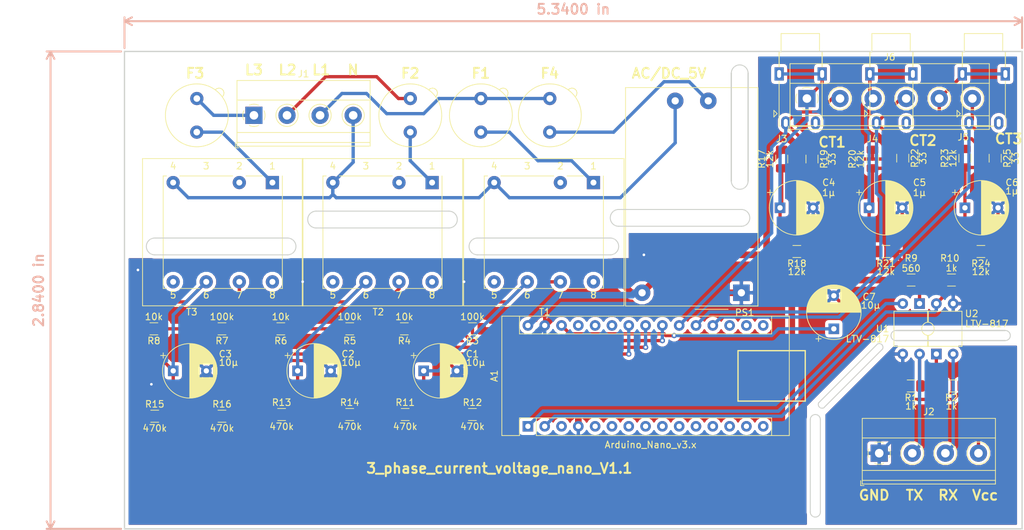
<source format=kicad_pcb>
(kicad_pcb (version 20171130) (host pcbnew 5.0.2-bee76a0~70~ubuntu18.04.1)
  (layers (0 F.Cu signal) (31 B.Cu signal) (34 B.Paste user) (35 F.Paste user) (36 B.SilkS user) (37 F.SilkS user) (38 B.Mask user) (39 F.Mask user) (44 Edge.Cuts user))
  (net 0 "")
  (net 1 "Net-(A1-Pad1)")
  (net 2 "Net-(A1-Pad2)")
  (net 3 ct1_2)
  (net 4 "Net-(A1-Pad29)")
  (net 5 ct2_2)
  (net 6 ct3_2)
  (net 7 "Net-(A1-Pad22)")
  (net 8 "Net-(A1-Pad23)")
  (net 9 "Net-(A1-Pad24)")
  (net 10 "Net-(A1-Pad30)")
  (net 11 "Net-(C1-Pad1)")
  (net 12 "Net-(C2-Pad1)")
  (net 13 "Net-(C3-Pad1)")
  (net 14 ct1_1)
  (net 15 ct2_1)
  (net 16 ct3_1)
  (net 17 "Net-(F1-Pad2)")
  (net 18 "Net-(F1-Pad1)")
  (net 19 "Net-(F2-Pad1)")
  (net 20 "Net-(F3-Pad1)")
  (net 21 "Net-(F3-Pad2)")
  (net 22 "Net-(F4-Pad1)")
  (net 23 "Net-(F4-Pad2)")
  (net 24 "Net-(J1-Pad4)")
  (net 25 "Net-(J2-Pad1)")
  (net 26 "Net-(J2-Pad2)")
  (net 27 "Net-(J2-Pad3)")
  (net 28 "Net-(J2-Pad4)")
  (net 29 "Net-(R2-Pad1)")
  (net 30 "Net-(R3-Pad1)")
  (net 31 "Net-(R5-Pad1)")
  (net 32 "Net-(R7-Pad1)")
  (net 33 "Net-(R9-Pad2)")
  (net 34 "Net-(A1-Pad28)")
  (module Module:Arduino_Nano (layer F.Cu) (at 79.248 67.564 90)
    (fp_text reference A1 (at 7.62 -5.08 90) (layer F.SilkS))
    (fp_text value Arduino_Nano_v3.x (at -2.794 18.542 180) (layer F.SilkS))
    (pad 16 thru_hole oval (at 15.24 35.56 90) (size 1.6 1.6) (drill 0.8) (layers *.Cu *.Mask))
    (pad 15 thru_hole oval (at 0 35.56 90) (size 1.6 1.6) (drill 0.8) (layers *.Cu *.Mask))
    (pad 30 thru_hole oval (at 15.24 0 90) (size 1.6 1.6) (drill 0.8) (layers *.Cu *.Mask) (net 10 "Net-(A1-Pad30)"))
    (pad 14 thru_hole oval (at 0 33.02 90) (size 1.6 1.6) (drill 0.8) (layers *.Cu *.Mask))
    (pad 29 thru_hole oval (at 15.24 2.54 90) (size 1.6 1.6) (drill 0.8) (layers *.Cu *.Mask) (net 4 "Net-(A1-Pad29)"))
    (pad 13 thru_hole oval (at 0 30.48 90) (size 1.6 1.6) (drill 0.8) (layers *.Cu *.Mask))
    (pad 28 thru_hole oval (at 15.24 5.08 90) (size 1.6 1.6) (drill 0.8) (layers *.Cu *.Mask) (net 34 "Net-(A1-Pad28)"))
    (pad 12 thru_hole oval (at 0 27.94 90) (size 1.6 1.6) (drill 0.8) (layers *.Cu *.Mask))
    (pad 27 thru_hole oval (at 15.24 7.62 90) (size 1.6 1.6) (drill 0.8) (layers *.Cu *.Mask))
    (pad 11 thru_hole oval (at 0 25.4 90) (size 1.6 1.6) (drill 0.8) (layers *.Cu *.Mask))
    (pad 26 thru_hole oval (at 15.24 10.16 90) (size 1.6 1.6) (drill 0.8) (layers *.Cu *.Mask))
    (pad 10 thru_hole oval (at 0 22.86 90) (size 1.6 1.6) (drill 0.8) (layers *.Cu *.Mask))
    (pad 25 thru_hole oval (at 15.24 12.7 90) (size 1.6 1.6) (drill 0.8) (layers *.Cu *.Mask))
    (pad 9 thru_hole oval (at 0 20.32 90) (size 1.6 1.6) (drill 0.8) (layers *.Cu *.Mask))
    (pad 24 thru_hole oval (at 15.24 15.24 90) (size 1.6 1.6) (drill 0.8) (layers *.Cu *.Mask) (net 9 "Net-(A1-Pad24)"))
    (pad 8 thru_hole oval (at 0 17.78 90) (size 1.6 1.6) (drill 0.8) (layers *.Cu *.Mask))
    (pad 23 thru_hole oval (at 15.24 17.78 90) (size 1.6 1.6) (drill 0.8) (layers *.Cu *.Mask) (net 8 "Net-(A1-Pad23)"))
    (pad 7 thru_hole oval (at 0 15.24 90) (size 1.6 1.6) (drill 0.8) (layers *.Cu *.Mask))
    (pad 22 thru_hole oval (at 15.24 20.32 90) (size 1.6 1.6) (drill 0.8) (layers *.Cu *.Mask) (net 7 "Net-(A1-Pad22)"))
    (pad 6 thru_hole oval (at 0 12.7 90) (size 1.6 1.6) (drill 0.8) (layers *.Cu *.Mask))
    (pad 21 thru_hole oval (at 15.24 22.86 90) (size 1.6 1.6) (drill 0.8) (layers *.Cu *.Mask) (net 3 ct1_2))
    (pad 5 thru_hole oval (at 0 10.16 90) (size 1.6 1.6) (drill 0.8) (layers *.Cu *.Mask))
    (pad 20 thru_hole oval (at 15.24 25.4 90) (size 1.6 1.6) (drill 0.8) (layers *.Cu *.Mask) (net 5 ct2_2))
    (pad 4 thru_hole oval (at 0 7.62 90) (size 1.6 1.6) (drill 0.8) (layers *.Cu *.Mask) (net 4 "Net-(A1-Pad29)"))
    (pad 19 thru_hole oval (at 15.24 27.94 90) (size 1.6 1.6) (drill 0.8) (layers *.Cu *.Mask) (net 6 ct3_2))
    (pad 3 thru_hole oval (at 0 5.08 90) (size 1.6 1.6) (drill 0.8) (layers *.Cu *.Mask))
    (pad 18 thru_hole oval (at 15.24 30.48 90) (size 1.6 1.6) (drill 0.8) (layers *.Cu *.Mask))
    (pad 2 thru_hole oval (at 0 2.54 90) (size 1.6 1.6) (drill 0.8) (layers *.Cu *.Mask) (net 2 "Net-(A1-Pad2)"))
    (pad 17 thru_hole oval (at 15.24 33.02 90) (size 1.6 1.6) (drill 0.8) (layers *.Cu *.Mask))
    (pad 1 thru_hole rect (at 0 0 90) (size 1.6 1.6) (drill 0.8) (layers *.Cu *.Mask) (net 1 "Net-(A1-Pad1)"))
  )
  (module TerminalBlock_Phoenix:TerminalBlock_Phoenix_MKDS-1,5-4_1x04_P5.00mm_Horizontal (layer F.Cu) (at 37.846 20.574)
    (fp_text reference J1 (at 7.5 -6.26) (layer F.SilkS))
    (fp_text value "Vin L1-L3")
    (pad 4 thru_hole circle (at 15 0) (size 2.6 2.6) (drill 1.3) (layers *.Cu *.Mask) (net 24 "Net-(J1-Pad4)"))
    (pad 3 thru_hole circle (at 10 0) (size 2.6 2.6) (drill 1.3) (layers *.Cu *.Mask) (net 17 "Net-(F1-Pad2)"))
    (pad 2 thru_hole circle (at 5 0) (size 2.6 2.6) (drill 1.3) (layers *.Cu *.Mask) (net 21 "Net-(F3-Pad2)"))
    (pad 1 thru_hole rect (at 0 0) (size 2.6 2.6) (drill 1.3) (layers *.Cu *.Mask) (net 23 "Net-(F4-Pad2)"))
  )
  (module TerminalBlock_Phoenix:TerminalBlock_Phoenix_MKDS-1,5-4_1x04_P5.00mm_Horizontal (layer F.Cu) (at 132.334 71.628)
    (fp_text reference J2 (at 7.5 -6.26) (layer F.SilkS))
    (fp_text value Serial)
    (pad 4 thru_hole circle (at 15 0) (size 2.6 2.6) (drill 1.3) (layers *.Cu *.Mask) (net 28 "Net-(J2-Pad4)"))
    (pad 3 thru_hole circle (at 10 0) (size 2.6 2.6) (drill 1.3) (layers *.Cu *.Mask) (net 27 "Net-(J2-Pad3)"))
    (pad 2 thru_hole circle (at 5 0) (size 2.6 2.6) (drill 1.3) (layers *.Cu *.Mask) (net 26 "Net-(J2-Pad2)"))
    (pad 1 thru_hole rect (at 0 0) (size 2.6 2.6) (drill 1.3) (layers *.Cu *.Mask) (net 25 "Net-(J2-Pad1)"))
  )
  (module TerminalBlock_Phoenix:TerminalBlock_Phoenix_MKDS-1,5-6_1x06_P5.00mm_Horizontal (layer F.Cu) (at 121.412 18.034)
    (fp_text reference J6 (at 12.5 -6.26) (layer F.SilkS))
    (fp_text value "ct L1-L3")
    (pad 6 thru_hole circle (at 25 0) (size 2.6 2.6) (drill 1.3) (layers *.Cu *.Mask) (net 6 ct3_2))
    (pad 5 thru_hole circle (at 20 0) (size 2.6 2.6) (drill 1.3) (layers *.Cu *.Mask) (net 16 ct3_1))
    (pad 4 thru_hole circle (at 15 0) (size 2.6 2.6) (drill 1.3) (layers *.Cu *.Mask) (net 5 ct2_2))
    (pad 3 thru_hole circle (at 10 0) (size 2.6 2.6) (drill 1.3) (layers *.Cu *.Mask) (net 15 ct2_1))
    (pad 2 thru_hole circle (at 5 0) (size 2.6 2.6) (drill 1.3) (layers *.Cu *.Mask) (net 3 ct1_2))
    (pad 1 thru_hole rect (at 0 0) (size 2.6 2.6) (drill 1.3) (layers *.Cu *.Mask) (net 14 ct1_1))
  )
  (module Transformer_THT:Transformer_Breve_TEZ-22x24 (layer F.Cu) (at 89.154 30.734 180)
    (fp_text reference T1 (at 7.366 -19.558 180) (layer F.SilkS))
    (fp_text value Transformer_1P_1S)
    (fp_text user 1 (at 0 2.5 180) (layer F.SilkS))
    (fp_text user 2 (at 5 2.5 180) (layer F.SilkS))
    (fp_text user 3 (at 10 2.5 180) (layer F.SilkS))
    (fp_text user 4 (at 15 2.5 180) (layer F.SilkS))
    (fp_text user 5 (at 15 -17 180) (layer F.SilkS))
    (fp_text user 6 (at 10 -17 180) (layer F.SilkS))
    (fp_text user 7 (at 5 -17 180) (layer F.SilkS))
    (fp_text user 8 (at 0 -17 180) (layer F.SilkS))
    (pad 8 thru_hole circle (at 0 -15 180) (size 2 2) (drill 0.9) (layers *.Cu *.Mask))
    (pad 7 thru_hole circle (at 5 -15 180) (size 2 2) (drill 0.9) (layers *.Cu *.Mask) (net 30 "Net-(R3-Pad1)"))
    (pad 6 thru_hole circle (at 10 -15 180) (size 2 2) (drill 0.9) (layers *.Cu *.Mask) (net 11 "Net-(C1-Pad1)"))
    (pad 5 thru_hole circle (at 15 -15 180) (size 2 2) (drill 0.9) (layers *.Cu *.Mask))
    (pad 4 thru_hole circle (at 15 0 180) (size 2 2) (drill 0.9) (layers *.Cu *.Mask) (net 24 "Net-(J1-Pad4)"))
    (pad 2 thru_hole circle (at 5 0 180) (size 2 2) (drill 0.9) (layers *.Cu *.Mask))
    (pad 1 thru_hole rect (at 0 0 180) (size 2 2) (drill 0.9) (layers *.Cu *.Mask) (net 19 "Net-(F2-Pad1)"))
  )
  (module Transformer_THT:Transformer_Breve_TEZ-22x24 (layer F.Cu) (at 64.77 30.734 180)
    (fp_text reference T2 (at 8.128 -19.558 180) (layer F.SilkS))
    (fp_text value Transformer_1P_1S)
    (fp_text user 1 (at 0 2.5 180) (layer F.SilkS))
    (fp_text user 2 (at 5 2.5 180) (layer F.SilkS))
    (fp_text user 3 (at 10 2.5 180) (layer F.SilkS))
    (fp_text user 4 (at 15 2.5 180) (layer F.SilkS))
    (fp_text user 5 (at 15 -17 180) (layer F.SilkS))
    (fp_text user 6 (at 10 -17 180) (layer F.SilkS))
    (fp_text user 7 (at 5 -17 180) (layer F.SilkS))
    (fp_text user 8 (at 0 -17 180) (layer F.SilkS))
    (pad 8 thru_hole circle (at 0 -15 180) (size 2 2) (drill 0.9) (layers *.Cu *.Mask))
    (pad 7 thru_hole circle (at 5 -15 180) (size 2 2) (drill 0.9) (layers *.Cu *.Mask) (net 31 "Net-(R5-Pad1)"))
    (pad 6 thru_hole circle (at 10 -15 180) (size 2 2) (drill 0.9) (layers *.Cu *.Mask) (net 12 "Net-(C2-Pad1)"))
    (pad 5 thru_hole circle (at 15 -15 180) (size 2 2) (drill 0.9) (layers *.Cu *.Mask))
    (pad 4 thru_hole circle (at 15 0 180) (size 2 2) (drill 0.9) (layers *.Cu *.Mask) (net 24 "Net-(J1-Pad4)"))
    (pad 2 thru_hole circle (at 5 0 180) (size 2 2) (drill 0.9) (layers *.Cu *.Mask))
    (pad 1 thru_hole rect (at 0 0 180) (size 2 2) (drill 0.9) (layers *.Cu *.Mask) (net 20 "Net-(F3-Pad1)"))
  )
  (module Transformer_THT:Transformer_Breve_TEZ-22x24 (layer F.Cu) (at 40.64 30.734 180)
    (fp_text reference T3 (at 12.192 -19.558 180) (layer F.SilkS))
    (fp_text value Transformer_1P_1S)
    (fp_text user 1 (at 0 2.5 180) (layer F.SilkS))
    (fp_text user 2 (at 5 2.5 180) (layer F.SilkS))
    (fp_text user 3 (at 10 2.5 180) (layer F.SilkS))
    (fp_text user 4 (at 15 2.5 180) (layer F.SilkS))
    (fp_text user 5 (at 15 -17 180) (layer F.SilkS))
    (fp_text user 6 (at 10 -17 180) (layer F.SilkS))
    (fp_text user 7 (at 5 -17 180) (layer F.SilkS))
    (fp_text user 8 (at 0 -17 180) (layer F.SilkS))
    (pad 8 thru_hole circle (at 0 -15 180) (size 2 2) (drill 0.9) (layers *.Cu *.Mask))
    (pad 7 thru_hole circle (at 5 -15 180) (size 2 2) (drill 0.9) (layers *.Cu *.Mask) (net 32 "Net-(R7-Pad1)"))
    (pad 6 thru_hole circle (at 10 -15 180) (size 2 2) (drill 0.9) (layers *.Cu *.Mask) (net 13 "Net-(C3-Pad1)"))
    (pad 5 thru_hole circle (at 15 -15 180) (size 2 2) (drill 0.9) (layers *.Cu *.Mask))
    (pad 4 thru_hole circle (at 15 0 180) (size 2 2) (drill 0.9) (layers *.Cu *.Mask) (net 24 "Net-(J1-Pad4)"))
    (pad 2 thru_hole circle (at 5 0 180) (size 2 2) (drill 0.9) (layers *.Cu *.Mask))
    (pad 1 thru_hole rect (at 0 0 180) (size 2 2) (drill 0.9) (layers *.Cu *.Mask) (net 22 "Net-(F4-Pad1)"))
  )
  (module Package_DIP:DIP-4_W7.62mm (layer F.Cu) (at 140.97 56.642 90)
    (fp_text reference U1 (at 3.81 -8.128 180) (layer F.SilkS))
    (fp_text value LTV-817 (at 4.572 7.62 180) (layer F.SilkS))
    (pad 4 thru_hole oval (at 7.62 0 90) (size 1.6 1.6) (drill 0.8) (layers *.Cu *.Mask) (net 2 "Net-(A1-Pad2)"))
    (pad 2 thru_hole oval (at 0 2.54 90) (size 1.6 1.6) (drill 0.8) (layers *.Cu *.Mask) (net 27 "Net-(J2-Pad3)"))
    (pad 3 thru_hole oval (at 7.62 2.54 90) (size 1.6 1.6) (drill 0.8) (layers *.Cu *.Mask) (net 4 "Net-(A1-Pad29)"))
    (pad 1 thru_hole rect (at 0 0 90) (size 1.6 1.6) (drill 0.8) (layers *.Cu *.Mask) (net 29 "Net-(R2-Pad1)"))
  )
  (module Package_DIP:DIP-4_W7.62mm (layer F.Cu) (at 138.43 49.022 270)
    (fp_text reference U2 (at 1.524 -7.874) (layer F.SilkS))
    (fp_text value LTV-817 (at 5.334 7.874) (layer F.SilkS))
    (pad 4 thru_hole oval (at 7.62 0 270) (size 1.6 1.6) (drill 0.8) (layers *.Cu *.Mask) (net 26 "Net-(J2-Pad2)"))
    (pad 2 thru_hole oval (at 0 2.54 270) (size 1.6 1.6) (drill 0.8) (layers *.Cu *.Mask) (net 1 "Net-(A1-Pad1)"))
    (pad 3 thru_hole oval (at 7.62 2.54 270) (size 1.6 1.6) (drill 0.8) (layers *.Cu *.Mask) (net 25 "Net-(J2-Pad1)"))
    (pad 1 thru_hole rect (at 0 0 270) (size 1.6 1.6) (drill 0.8) (layers *.Cu *.Mask) (net 33 "Net-(R9-Pad2)"))
  )
  (module AmpMeter:Converter_ACDC_HiLink_HLK-PMxx_THT (layer F.Cu) (at 111.506 40.386 180)
    (fp_text reference PS1 (at -0.5 -10) (layer F.SilkS))
    (fp_text value RAC01-05SGB)
    (pad 4 thru_hole circle (at 15 -7 90) (size 2.5 2.5) (drill 1.1) (layers *.Cu *.Mask) (net 10 "Net-(A1-Pad30)"))
    (pad 3 thru_hole rect (at 0 -7 90) (size 2.5 2.5) (drill 1.1) (layers *.Cu *.Mask) (net 4 "Net-(A1-Pad29)"))
    (pad 1 thru_hole circle (at 10 22 90) (size 2.5 2.5) (drill 1.1) (layers *.Cu *.Mask) (net 24 "Net-(J1-Pad4)"))
    (pad 2 thru_hole circle (at 5 22 90) (size 2.5 2.5) (drill 1.1) (layers *.Cu *.Mask) (net 18 "Net-(F1-Pad1)"))
  )
  (module Fuse:Fuseholder_TR5_Littelfuse_No560_No460 (layer F.Cu) (at 82.55 23.114 90)
    (fp_text reference F1 hide)
    (fp_text value Fuse hide)
    (pad 2 thru_hole circle (at 5.08 0.01 90) (size 2 2) (drill 1) (layers *.Cu *.Mask) (net 17 "Net-(F1-Pad2)"))
    (pad 1 thru_hole circle (at 0 0 90) (size 2 2) (drill 1) (layers *.Cu *.Mask) (net 18 "Net-(F1-Pad1)"))
  )
  (module Fuse:Fuseholder_TR5_Littelfuse_No560_No460 (layer F.Cu) (at 72.136 23.114 90)
    (fp_text reference F2 hide)
    (fp_text value Fuse hide)
    (pad 2 thru_hole circle (at 5.08 0.01 90) (size 2 2) (drill 1) (layers *.Cu *.Mask) (net 17 "Net-(F1-Pad2)"))
    (pad 1 thru_hole circle (at 0 0 90) (size 2 2) (drill 1) (layers *.Cu *.Mask) (net 19 "Net-(F2-Pad1)"))
  )
  (module Fuse:Fuseholder_TR5_Littelfuse_No560_No460 (layer F.Cu) (at 61.468 23.114 90)
    (fp_text reference F3 hide)
    (fp_text value Fuse hide)
    (pad 2 thru_hole circle (at 5.08 0.01 90) (size 2 2) (drill 1) (layers *.Cu *.Mask) (net 21 "Net-(F3-Pad2)"))
    (pad 1 thru_hole circle (at 0 0 90) (size 2 2) (drill 1) (layers *.Cu *.Mask) (net 20 "Net-(F3-Pad1)"))
  )
  (module Fuse:Fuseholder_TR5_Littelfuse_No560_No460 (layer F.Cu) (at 29.21 23.114 90)
    (fp_text reference F4 hide)
    (fp_text value Fuse hide)
    (pad 2 thru_hole circle (at 5.08 0.01 90) (size 2 2) (drill 1) (layers *.Cu *.Mask) (net 23 "Net-(F4-Pad2)"))
    (pad 1 thru_hole circle (at 0 0 90) (size 2 2) (drill 1) (layers *.Cu *.Mask) (net 22 "Net-(F4-Pad1)"))
  )
  (module Resistor_SMD:R_1206_3216Metric (layer F.Cu) (at 137.16 61.468)
    (fp_text reference R1 (at 0 1.778) (layer F.SilkS))
    (fp_text value 1k (at 0 3.048) (layer F.SilkS))
    (pad 2 smd roundrect (at 1.4 0) (size 1.25 1.75) (layers F.Cu F.Paste F.Mask) (roundrect_rratio 0.2) (net 26 "Net-(J2-Pad2)"))
    (pad 1 smd roundrect (at -1.4 0) (size 1.25 1.75) (layers F.Cu F.Paste F.Mask) (roundrect_rratio 0.2) (net 28 "Net-(J2-Pad4)"))
  )
  (module Resistor_SMD:R_1206_3216Metric (layer F.Cu) (at 143.386 61.468)
    (fp_text reference R2 (at -0.13 1.778) (layer F.SilkS))
    (fp_text value 1k (at -0.13 3.048) (layer F.SilkS))
    (pad 2 smd roundrect (at 1.4 0) (size 1.25 1.75) (layers F.Cu F.Paste F.Mask) (roundrect_rratio 0.2) (net 28 "Net-(J2-Pad4)"))
    (pad 1 smd roundrect (at -1.4 0) (size 1.25 1.75) (layers F.Cu F.Paste F.Mask) (roundrect_rratio 0.2) (net 29 "Net-(R2-Pad1)"))
  )
  (module Resistor_SMD:R_1206_3216Metric (layer F.Cu) (at 70.866 52.832 180)
    (fp_text reference R3 (at 0 -1.82 180) (layer F.SilkS))
    (fp_text value 100k (at 0 1.82 180) (layer F.SilkS))
    (pad 2 smd roundrect (at 1.4 0 180) (size 1.25 1.75) (layers F.Cu F.Paste F.Mask) (roundrect_rratio 0.2) (net 7 "Net-(A1-Pad22)"))
    (pad 1 smd roundrect (at -1.4 0 180) (size 1.25 1.75) (layers F.Cu F.Paste F.Mask) (roundrect_rratio 0.2) (net 30 "Net-(R3-Pad1)"))
  )
  (module Resistor_SMD:R_1206_3216Metric (layer F.Cu) (at 60.576 52.832 180)
    (fp_text reference R4 (at 0 -1.82 180) (layer F.SilkS))
    (fp_text value 10k (at 0 1.82 180) (layer F.SilkS))
    (pad 2 smd roundrect (at 1.4 0 180) (size 1.25 1.75) (layers F.Cu F.Paste F.Mask) (roundrect_rratio 0.2) (net 11 "Net-(C1-Pad1)"))
    (pad 1 smd roundrect (at -1.4 0 180) (size 1.25 1.75) (layers F.Cu F.Paste F.Mask) (roundrect_rratio 0.2) (net 7 "Net-(A1-Pad22)"))
  )
  (module Resistor_SMD:R_1206_3216Metric (layer F.Cu) (at 52.324 52.832 180)
    (fp_text reference R5 (at 0 -1.82 180) (layer F.SilkS))
    (fp_text value 100k (at 0 1.82 180) (layer F.SilkS))
    (pad 2 smd roundrect (at 1.4 0 180) (size 1.25 1.75) (layers F.Cu F.Paste F.Mask) (roundrect_rratio 0.2) (net 8 "Net-(A1-Pad23)"))
    (pad 1 smd roundrect (at -1.4 0 180) (size 1.25 1.75) (layers F.Cu F.Paste F.Mask) (roundrect_rratio 0.2) (net 31 "Net-(R5-Pad1)"))
  )
  (module Resistor_SMD:R_1206_3216Metric (layer F.Cu) (at 41.91 52.832 180)
    (fp_text reference R6 (at 0 -1.82 180) (layer F.SilkS))
    (fp_text value 10k (at 0 1.82 180) (layer F.SilkS))
    (pad 2 smd roundrect (at 1.4 0 180) (size 1.25 1.75) (layers F.Cu F.Paste F.Mask) (roundrect_rratio 0.2) (net 12 "Net-(C2-Pad1)"))
    (pad 1 smd roundrect (at -1.4 0 180) (size 1.25 1.75) (layers F.Cu F.Paste F.Mask) (roundrect_rratio 0.2) (net 8 "Net-(A1-Pad23)"))
  )
  (module Resistor_SMD:R_1206_3216Metric (layer F.Cu) (at 33.02 52.832 180)
    (fp_text reference R7 (at 0 -1.82 180) (layer F.SilkS))
    (fp_text value 100k (at 0 1.82 180) (layer F.SilkS))
    (pad 2 smd roundrect (at 1.4 0 180) (size 1.25 1.75) (layers F.Cu F.Paste F.Mask) (roundrect_rratio 0.2) (net 9 "Net-(A1-Pad24)"))
    (pad 1 smd roundrect (at -1.4 0 180) (size 1.25 1.75) (layers F.Cu F.Paste F.Mask) (roundrect_rratio 0.2) (net 32 "Net-(R7-Pad1)"))
  )
  (module Resistor_SMD:R_1206_3216Metric (layer F.Cu) (at 22.73 52.832 180)
    (fp_text reference R8 (at 0 -1.82 180) (layer F.SilkS))
    (fp_text value 10k (at 0 1.82 180) (layer F.SilkS))
    (pad 2 smd roundrect (at 1.4 0 180) (size 1.25 1.75) (layers F.Cu F.Paste F.Mask) (roundrect_rratio 0.2) (net 13 "Net-(C3-Pad1)"))
    (pad 1 smd roundrect (at -1.4 0 180) (size 1.25 1.75) (layers F.Cu F.Paste F.Mask) (roundrect_rratio 0.2) (net 9 "Net-(A1-Pad24)"))
  )
  (module Resistor_SMD:R_1206_3216Metric (layer F.Cu) (at 137.16 45.466)
    (fp_text reference R9 (at 0 -3.302) (layer F.SilkS))
    (fp_text value 560 (at 0 -1.778) (layer F.SilkS))
    (pad 2 smd roundrect (at 1.4 0) (size 1.25 1.75) (layers F.Cu F.Paste F.Mask) (roundrect_rratio 0.2) (net 33 "Net-(R9-Pad2)"))
    (pad 1 smd roundrect (at -1.4 0) (size 1.25 1.75) (layers F.Cu F.Paste F.Mask) (roundrect_rratio 0.2) (net 10 "Net-(A1-Pad30)"))
  )
  (module Resistor_SMD:R_1206_3216Metric (layer F.Cu) (at 143.256 45.466 180)
    (fp_text reference R10 (at 0.254 3.302 180) (layer F.SilkS))
    (fp_text value 1k (at 0 1.82 180) (layer F.SilkS))
    (pad 2 smd roundrect (at 1.4 0 180) (size 1.25 1.75) (layers F.Cu F.Paste F.Mask) (roundrect_rratio 0.2) (net 2 "Net-(A1-Pad2)"))
    (pad 1 smd roundrect (at -1.4 0 180) (size 1.25 1.75) (layers F.Cu F.Paste F.Mask) (roundrect_rratio 0.2) (net 10 "Net-(A1-Pad30)"))
  )
  (module Resistor_SMD:R_1206_3216Metric (layer F.Cu) (at 60.706 65.786)
    (fp_text reference R11 (at 0 -1.82) (layer F.SilkS))
    (fp_text value 470k (at 0 1.82) (layer F.SilkS))
    (pad 2 smd roundrect (at 1.4 0) (size 1.25 1.75) (layers F.Cu F.Paste F.Mask) (roundrect_rratio 0.2) (net 11 "Net-(C1-Pad1)"))
    (pad 1 smd roundrect (at -1.4 0) (size 1.25 1.75) (layers F.Cu F.Paste F.Mask) (roundrect_rratio 0.2) (net 10 "Net-(A1-Pad30)"))
  )
  (module Resistor_SMD:R_1206_3216Metric (layer F.Cu) (at 70.866 65.786)
    (fp_text reference R12 (at 0 -1.82) (layer F.SilkS))
    (fp_text value 470k (at 0 1.82) (layer F.SilkS))
    (pad 2 smd roundrect (at 1.4 0) (size 1.25 1.75) (layers F.Cu F.Paste F.Mask) (roundrect_rratio 0.2) (net 4 "Net-(A1-Pad29)"))
    (pad 1 smd roundrect (at -1.4 0) (size 1.25 1.75) (layers F.Cu F.Paste F.Mask) (roundrect_rratio 0.2) (net 11 "Net-(C1-Pad1)"))
  )
  (module Resistor_SMD:R_1206_3216Metric (layer F.Cu) (at 42.034 65.786)
    (fp_text reference R13 (at 0 -1.82) (layer F.SilkS))
    (fp_text value 470k (at 0 1.82) (layer F.SilkS))
    (pad 2 smd roundrect (at 1.4 0) (size 1.25 1.75) (layers F.Cu F.Paste F.Mask) (roundrect_rratio 0.2) (net 12 "Net-(C2-Pad1)"))
    (pad 1 smd roundrect (at -1.4 0) (size 1.25 1.75) (layers F.Cu F.Paste F.Mask) (roundrect_rratio 0.2) (net 10 "Net-(A1-Pad30)"))
  )
  (module Resistor_SMD:R_1206_3216Metric (layer F.Cu) (at 52.324 65.786)
    (fp_text reference R14 (at 0 -1.82) (layer F.SilkS))
    (fp_text value 470k (at 0 1.82) (layer F.SilkS))
    (pad 2 smd roundrect (at 1.4 0) (size 1.25 1.75) (layers F.Cu F.Paste F.Mask) (roundrect_rratio 0.2) (net 4 "Net-(A1-Pad29)"))
    (pad 1 smd roundrect (at -1.4 0) (size 1.25 1.75) (layers F.Cu F.Paste F.Mask) (roundrect_rratio 0.2) (net 12 "Net-(C2-Pad1)"))
  )
  (module Resistor_SMD:R_1206_3216Metric (layer F.Cu) (at 22.86 66.04)
    (fp_text reference R15 (at 0 -1.82) (layer F.SilkS))
    (fp_text value 470k (at 0 1.82) (layer F.SilkS))
    (pad 2 smd roundrect (at 1.4 0) (size 1.25 1.75) (layers F.Cu F.Paste F.Mask) (roundrect_rratio 0.2) (net 13 "Net-(C3-Pad1)"))
    (pad 1 smd roundrect (at -1.4 0) (size 1.25 1.75) (layers F.Cu F.Paste F.Mask) (roundrect_rratio 0.2) (net 10 "Net-(A1-Pad30)"))
  )
  (module Resistor_SMD:R_1206_3216Metric (layer F.Cu) (at 33.02 66.04)
    (fp_text reference R16 (at 0 -1.82) (layer F.SilkS))
    (fp_text value 470k (at 0 1.82) (layer F.SilkS))
    (pad 2 smd roundrect (at 1.4 0) (size 1.25 1.75) (layers F.Cu F.Paste F.Mask) (roundrect_rratio 0.2) (net 4 "Net-(A1-Pad29)"))
    (pad 1 smd roundrect (at -1.4 0) (size 1.25 1.75) (layers F.Cu F.Paste F.Mask) (roundrect_rratio 0.2) (net 13 "Net-(C3-Pad1)"))
  )
  (module Resistor_SMD:R_1206_3216Metric (layer F.Cu) (at 117.602 27.178 270)
    (fp_text reference R17 (at 0 3.048 270) (layer F.SilkS))
    (fp_text value 12k (at 0 1.82 270) (layer F.SilkS))
    (pad 2 smd roundrect (at 1.4 0 270) (size 1.25 1.75) (layers F.Cu F.Paste F.Mask) (roundrect_rratio 0.2) (net 14 ct1_1))
    (pad 1 smd roundrect (at -1.4 0 270) (size 1.25 1.75) (layers F.Cu F.Paste F.Mask) (roundrect_rratio 0.2) (net 10 "Net-(A1-Pad30)"))
  )
  (module Resistor_SMD:R_1206_3216Metric (layer F.Cu) (at 119.888 41.148 180)
    (fp_text reference R18 (at 0 -1.82 180) (layer F.SilkS))
    (fp_text value 12k (at 0 -3.048 180) (layer F.SilkS))
    (pad 2 smd roundrect (at 1.4 0 180) (size 1.25 1.75) (layers F.Cu F.Paste F.Mask) (roundrect_rratio 0.2) (net 14 ct1_1))
    (pad 1 smd roundrect (at -1.4 0 180) (size 1.25 1.75) (layers F.Cu F.Paste F.Mask) (roundrect_rratio 0.2) (net 4 "Net-(A1-Pad29)"))
  )
  (module Resistor_SMD:R_1206_3216Metric (layer F.Cu) (at 122.174 27.178 270)
    (fp_text reference R19 (at 0 -1.82 270) (layer F.SilkS))
    (fp_text value 33 (at 0 -3.048 270) (layer F.SilkS))
    (pad 2 smd roundrect (at 1.4 0 270) (size 1.25 1.75) (layers F.Cu F.Paste F.Mask) (roundrect_rratio 0.2) (net 14 ct1_1))
    (pad 1 smd roundrect (at -1.4 0 270) (size 1.25 1.75) (layers F.Cu F.Paste F.Mask) (roundrect_rratio 0.2) (net 3 ct1_2))
  )
  (module Resistor_SMD:R_1206_3216Metric (layer F.Cu) (at 131.318 27.178 270)
    (fp_text reference R20 (at 0 3.048 270) (layer F.SilkS))
    (fp_text value 12k (at 0 1.82 270) (layer F.SilkS))
    (pad 2 smd roundrect (at 1.4 0 270) (size 1.25 1.75) (layers F.Cu F.Paste F.Mask) (roundrect_rratio 0.2) (net 15 ct2_1))
    (pad 1 smd roundrect (at -1.4 0 270) (size 1.25 1.75) (layers F.Cu F.Paste F.Mask) (roundrect_rratio 0.2) (net 10 "Net-(A1-Pad30)"))
  )
  (module Resistor_SMD:R_1206_3216Metric (layer F.Cu) (at 133.35 41.148 180)
    (fp_text reference R21 (at 0 -1.82 180) (layer F.SilkS))
    (fp_text value 12k (at 0 -3.048 180) (layer F.SilkS))
    (pad 2 smd roundrect (at 1.4 0 180) (size 1.25 1.75) (layers F.Cu F.Paste F.Mask) (roundrect_rratio 0.2) (net 15 ct2_1))
    (pad 1 smd roundrect (at -1.4 0 180) (size 1.25 1.75) (layers F.Cu F.Paste F.Mask) (roundrect_rratio 0.2) (net 4 "Net-(A1-Pad29)"))
  )
  (module Resistor_SMD:R_1206_3216Metric (layer F.Cu) (at 135.89 27.048 270)
    (fp_text reference R22 (at 0 -1.82 270) (layer F.SilkS))
    (fp_text value 33 (at 0 -3.048 270) (layer F.SilkS))
    (pad 2 smd roundrect (at 1.4 0 270) (size 1.25 1.75) (layers F.Cu F.Paste F.Mask) (roundrect_rratio 0.2) (net 15 ct2_1))
    (pad 1 smd roundrect (at -1.4 0 270) (size 1.25 1.75) (layers F.Cu F.Paste F.Mask) (roundrect_rratio 0.2) (net 5 ct2_2))
  )
  (module Resistor_SMD:R_1206_3216Metric (layer F.Cu) (at 145.288 27.054 270)
    (fp_text reference R23 (at 0 3.048 270) (layer F.SilkS))
    (fp_text value 12k (at 0 1.82 270) (layer F.SilkS))
    (pad 2 smd roundrect (at 1.4 0 270) (size 1.25 1.75) (layers F.Cu F.Paste F.Mask) (roundrect_rratio 0.2) (net 16 ct3_1))
    (pad 1 smd roundrect (at -1.4 0 270) (size 1.25 1.75) (layers F.Cu F.Paste F.Mask) (roundrect_rratio 0.2) (net 10 "Net-(A1-Pad30)"))
  )
  (module Resistor_SMD:R_1206_3216Metric (layer F.Cu) (at 147.704 41.148 180)
    (fp_text reference R24 (at 0 -1.82 180) (layer F.SilkS))
    (fp_text value 12k (at 0 -3.048 180) (layer F.SilkS))
    (pad 2 smd roundrect (at 1.4 0 180) (size 1.25 1.75) (layers F.Cu F.Paste F.Mask) (roundrect_rratio 0.2) (net 16 ct3_1))
    (pad 1 smd roundrect (at -1.4 0 180) (size 1.25 1.75) (layers F.Cu F.Paste F.Mask) (roundrect_rratio 0.2) (net 4 "Net-(A1-Pad29)"))
  )
  (module Resistor_SMD:R_1206_3216Metric (layer F.Cu) (at 149.86 27.054 270)
    (fp_text reference R25 (at 0 -1.82 270) (layer F.SilkS))
    (fp_text value 33 (at 0 -3.048 270) (layer F.SilkS))
    (pad 2 smd roundrect (at 1.4 0 270) (size 1.25 1.75) (layers F.Cu F.Paste F.Mask) (roundrect_rratio 0.2) (net 16 ct3_1))
    (pad 1 smd roundrect (at -1.4 0 270) (size 1.25 1.75) (layers F.Cu F.Paste F.Mask) (roundrect_rratio 0.2) (net 6 ct3_2))
  )
  (module Capacitor_THT:CP_Radial_D8.0mm_P5.00mm (layer F.Cu) (at 63.5 59.182)
    (fp_text reference C1 (at 7.366 -2.54) (layer F.SilkS))
    (fp_text value 10µ (at 7.874 -1.27) (layer F.SilkS))
    (pad 2 thru_hole circle (at 5 0) (size 1.6 1.6) (drill 0.8) (layers *.Cu *.Mask) (net 4 "Net-(A1-Pad29)"))
    (pad 1 thru_hole rect (at 0 0) (size 1.6 1.6) (drill 0.8) (layers *.Cu *.Mask) (net 11 "Net-(C1-Pad1)"))
  )
  (module Capacitor_THT:CP_Radial_D8.0mm_P5.00mm (layer F.Cu) (at 44.45 59.182)
    (fp_text reference C2 (at 7.62 -2.54) (layer F.SilkS))
    (fp_text value 10µ (at 8.128 -1.27) (layer F.SilkS))
    (pad 2 thru_hole circle (at 5 0) (size 1.6 1.6) (drill 0.8) (layers *.Cu *.Mask) (net 4 "Net-(A1-Pad29)"))
    (pad 1 thru_hole rect (at 0 0) (size 1.6 1.6) (drill 0.8) (layers *.Cu *.Mask) (net 12 "Net-(C2-Pad1)"))
  )
  (module Capacitor_THT:CP_Radial_D8.0mm_P5.00mm (layer F.Cu) (at 25.654 59.182)
    (fp_text reference C3 (at 7.874 -2.54) (layer F.SilkS))
    (fp_text value 10µ (at 8.382 -1.27) (layer F.SilkS))
    (pad 2 thru_hole circle (at 5 0) (size 1.6 1.6) (drill 0.8) (layers *.Cu *.Mask) (net 4 "Net-(A1-Pad29)"))
    (pad 1 thru_hole rect (at 0 0) (size 1.6 1.6) (drill 0.8) (layers *.Cu *.Mask) (net 13 "Net-(C3-Pad1)"))
  )
  (module Capacitor_THT:CP_Radial_D8.0mm_P5.00mm (layer F.Cu) (at 117.348 34.544)
    (fp_text reference C4 (at 7.366 -3.81) (layer F.SilkS))
    (fp_text value 1µ (at 7.366 -2.286) (layer F.SilkS))
    (pad 2 thru_hole circle (at 5 0) (size 1.6 1.6) (drill 0.8) (layers *.Cu *.Mask) (net 4 "Net-(A1-Pad29)"))
    (pad 1 thru_hole rect (at 0 0) (size 1.6 1.6) (drill 0.8) (layers *.Cu *.Mask) (net 14 ct1_1))
  )
  (module Capacitor_THT:CP_Radial_D8.0mm_P5.00mm (layer F.Cu) (at 130.81 34.544)
    (fp_text reference C5 (at 7.62 -3.81) (layer F.SilkS))
    (fp_text value 1µ (at 7.62 -2.286) (layer F.SilkS))
    (pad 2 thru_hole circle (at 5 0) (size 1.6 1.6) (drill 0.8) (layers *.Cu *.Mask) (net 4 "Net-(A1-Pad29)"))
    (pad 1 thru_hole rect (at 0 0) (size 1.6 1.6) (drill 0.8) (layers *.Cu *.Mask) (net 15 ct2_1))
  )
  (module Capacitor_THT:CP_Radial_D8.0mm_P5.00mm (layer F.Cu) (at 145.288 34.544)
    (fp_text reference C6 (at 7.112 -3.81) (layer F.SilkS))
    (fp_text value 1µ (at 7.112 -2.54) (layer F.SilkS))
    (pad 2 thru_hole circle (at 5 0) (size 1.6 1.6) (drill 0.8) (layers *.Cu *.Mask) (net 4 "Net-(A1-Pad29)"))
    (pad 1 thru_hole rect (at 0 0) (size 1.6 1.6) (drill 0.8) (layers *.Cu *.Mask) (net 16 ct3_1))
  )
  (module AmpMeter:Jack_3.5mm_Horizontal (layer F.Cu) (at 118.11 20.32)
    (fp_text reference J3 (at -0.508 3.81) (layer F.SilkS))
    (fp_text value ct1)
    (pad T thru_hole rect (at 5.6 -6 270) (size 2 1.4) (drill oval 1.2 0.6) (layers *.Cu *.Mask) (net 14 ct1_1))
    (pad R1 thru_hole oval (at 4.6 1.4 270) (size 2 1.4) (drill oval 1.2 0.6) (layers *.Cu *.Mask))
    (pad T thru_hole rect (at -0.9 -6 270) (size 2 1.4) (drill oval 1.2 0.6) (layers *.Cu *.Mask) (net 14 ct1_1))
    (pad S thru_hole oval (at 0.1 1.4 270) (size 2 1.4) (drill oval 1.2 0.6) (layers *.Cu *.Mask) (net 3 ct1_2))
  )
  (module AmpMeter:Jack_3.5mm_Horizontal (layer F.Cu) (at 131.826 20.32)
    (fp_text reference J4 (at -0.508 3.81) (layer F.SilkS))
    (fp_text value ct2)
    (pad S thru_hole oval (at 0.1 1.4 270) (size 2 1.4) (drill oval 1.2 0.6) (layers *.Cu *.Mask) (net 5 ct2_2))
    (pad T thru_hole rect (at -0.9 -6 270) (size 2 1.4) (drill oval 1.2 0.6) (layers *.Cu *.Mask) (net 15 ct2_1))
    (pad R1 thru_hole oval (at 4.6 1.4 270) (size 2 1.4) (drill oval 1.2 0.6) (layers *.Cu *.Mask))
    (pad T thru_hole rect (at 5.6 -6 270) (size 2 1.4) (drill oval 1.2 0.6) (layers *.Cu *.Mask) (net 15 ct2_1))
  )
  (module AmpMeter:Jack_3.5mm_Horizontal (layer F.Cu) (at 145.796 20.32)
    (fp_text reference J5 (at -0.762 3.556) (layer F.SilkS))
    (fp_text value ct3)
    (pad T thru_hole rect (at 5.6 -6 270) (size 2 1.4) (drill oval 1.2 0.6) (layers *.Cu *.Mask) (net 16 ct3_1))
    (pad R1 thru_hole oval (at 4.6 1.4 270) (size 2 1.4) (drill oval 1.2 0.6) (layers *.Cu *.Mask))
    (pad T thru_hole rect (at -0.9 -6 270) (size 2 1.4) (drill oval 1.2 0.6) (layers *.Cu *.Mask) (net 16 ct3_1))
    (pad S thru_hole oval (at 0.1 1.4 270) (size 2 1.4) (drill oval 1.2 0.6) (layers *.Cu *.Mask) (net 6 ct3_2))
  )
  (module Capacitor_THT:CP_Radial_D8.0mm_P5.00mm (layer F.Cu) (at 125.476 52.832 90)
    (fp_text reference C7 (at 4.826 5.334 180) (layer F.SilkS))
    (fp_text value 10µ (at 3.556 5.588 180) (layer F.SilkS))
    (pad 1 thru_hole rect (at 0 0 90) (size 1.6 1.6) (drill 0.8) (layers *.Cu *.Mask) (net 34 "Net-(A1-Pad28)"))
    (pad 2 thru_hole circle (at 5 0 90) (size 1.6 1.6) (drill 0.8) (layers *.Cu *.Mask) (net 4 "Net-(A1-Pad29)"))
  )
  (gr_text 3_phase_current_voltage_nano_V1.1 (at 74.93 73.914) (layer F.SilkS) (effects (font (size 1.5 1.5) (thickness 0.3))))
  (gr_arc (start 122.682 80.518) (end 121.92 80.518) (angle -180) (layer Edge.Cuts) (width 0.15))
  (gr_arc (start 122.682 66.548) (end 123.444 66.548) (angle -180) (layer Edge.Cuts) (width 0.15))
  (gr_line (start 123.444 80.518) (end 123.444 66.548) (layer Edge.Cuts) (width 0.15))
  (gr_line (start 121.92 66.548) (end 121.92 80.518) (layer Edge.Cuts) (width 0.15))
  (gr_arc (start 132.334 55.626) (end 132.842 55.88) (angle -143.1301024) (layer Edge.Cuts) (width 0.15))
  (gr_arc (start 123.698 64.262) (end 123.19 64.008) (angle -143.1301024) (layer Edge.Cuts) (width 0.15))
  (gr_line (start 132.842 55.88) (end 123.951999 64.769999) (layer Edge.Cuts) (width 0.15))
  (gr_line (start 132.08 55.118) (end 123.19 64.008) (layer Edge.Cuts) (width 0.15))
  (gr_arc (start 134.874 53.848) (end 134.874 53.086) (angle -180) (layer Edge.Cuts) (width 0.15))
  (gr_arc (start 151.384 53.848) (end 151.384 54.61) (angle -180) (layer Edge.Cuts) (width 0.15))
  (gr_line (start 134.874 54.61) (end 151.384 54.61) (layer Edge.Cuts) (width 0.2))
  (gr_line (start 151.384 53.086) (end 134.874 53.086) (layer Edge.Cuts) (width 0.2))
  (gr_text F4 (at 82.55 14.224) (layer F.SilkS) (effects (font (size 1.5 1.5) (thickness 0.3))))
  (gr_text F1 (at 72.136 14.224) (layer F.SilkS) (effects (font (size 1.5 1.5) (thickness 0.3))))
  (gr_text F2 (at 61.468 14.224) (layer F.SilkS) (effects (font (size 1.5 1.5) (thickness 0.3))))
  (gr_text F3 (at 28.956 14.224) (layer F.SilkS) (effects (font (size 1.5 1.5) (thickness 0.3))))
  (gr_text AC/DC_5V (at 100.584 14.224) (layer F.SilkS) (effects (font (size 1.5 1.5) (thickness 0.3))))
  (gr_text CT3 (at 151.892 24.13) (layer F.SilkS) (effects (font (size 1.5 1.5) (thickness 0.3))))
  (gr_text CT2 (at 138.938 24.384) (layer F.SilkS) (effects (font (size 1.5 1.5) (thickness 0.3))))
  (gr_text CT1 (at 125.222 24.638) (layer F.SilkS) (effects (font (size 1.5 1.5) (thickness 0.3))))
  (gr_text N (at 52.832 13.716) (layer F.SilkS) (effects (font (size 1.5 1.5) (thickness 0.3))))
  (gr_text L1 (at 48.006 13.716) (layer F.SilkS) (effects (font (size 1.5 1.5) (thickness 0.3))))
  (gr_text L2 (at 42.926 13.716) (layer F.SilkS) (effects (font (size 1.5 1.5) (thickness 0.3))))
  (gr_text L3 (at 37.846 13.716) (layer F.SilkS) (effects (font (size 1.5 1.5) (thickness 0.3))))
  (gr_text RX (at 142.748 77.978) (layer F.SilkS) (effects (font (size 1.5 1.5) (thickness 0.3))))
  (gr_text TX (at 137.668 77.978) (layer F.SilkS) (effects (font (size 1.5 1.5) (thickness 0.3))))
  (gr_text GND (at 131.572 77.978) (layer F.SilkS) (effects (font (size 1.5 1.5) (thickness 0.3))))
  (gr_text Vcc (at 148.336 77.978) (layer F.SilkS) (effects (font (size 1.5 1.5) (thickness 0.3))))
  (gr_line (start 121.158 63.754) (end 121.158 56.134) (layer F.SilkS) (width 0.2))
  (gr_line (start 110.998 63.754) (end 121.158 63.754) (layer F.SilkS) (width 0.2))
  (gr_line (start 110.998 56.134) (end 110.998 63.754) (layer F.SilkS) (width 0.2))
  (gr_line (start 121.158 56.134) (end 110.998 56.134) (layer F.SilkS) (width 0.2))
  (gr_line (start 22.86 41.656) (end 42.926 41.656) (layer Edge.Cuts) (width 0.15))
  (gr_line (start 22.86 39.116) (end 42.926 39.116) (layer Edge.Cuts) (width 0.15))
  (gr_arc (start 22.86 40.386) (end 22.86 39.116) (angle -180) (layer Edge.Cuts) (width 0.15))
  (gr_arc (start 42.926 40.386) (end 42.926 41.656) (angle -180) (layer Edge.Cuts) (width 0.15))
  (gr_arc (start 47.244 36.322) (end 47.244 35.052) (angle -180) (layer Edge.Cuts) (width 0.15))
  (gr_line (start 47.244 35.052) (end 67.31 35.052) (layer Edge.Cuts) (width 0.15))
  (gr_line (start 47.244 37.592) (end 67.31 37.592) (layer Edge.Cuts) (width 0.15))
  (gr_arc (start 67.31 36.322) (end 67.31 37.592) (angle -180) (layer Edge.Cuts) (width 0.15))
  (gr_line (start 71.628 39.116) (end 91.694 39.116) (layer Edge.Cuts) (width 0.15))
  (gr_line (start 71.628 41.656) (end 91.694 41.656) (layer Edge.Cuts) (width 0.15))
  (gr_arc (start 91.694 40.386) (end 91.694 41.656) (angle -180) (layer Edge.Cuts) (width 0.15))
  (gr_arc (start 71.628 40.386) (end 71.628 39.116) (angle -180) (layer Edge.Cuts) (width 0.15))
  (dimension 135.636 (width 0.3) (layer B.SilkS) (gr_text "135,636 mm" (at 86.106 4.25) (layer B.SilkS) (effects (font (size 1.5 1.5) (thickness 0.3)))) (feature1 (pts (xy 153.924 10.414) (xy 153.924 5.763579))) (feature2 (pts (xy 18.288 10.414) (xy 18.288 5.763579))) (crossbar (pts (xy 18.288 6.35) (xy 153.924 6.35))) (arrow1a (pts (xy 153.924 6.35) (xy 152.797496 6.936421))) (arrow1b (pts (xy 153.924 6.35) (xy 152.797496 5.763579))) (arrow2a (pts (xy 18.288 6.35) (xy 19.414504 6.936421))) (arrow2b (pts (xy 18.288 6.35) (xy 19.414504 5.763579))))
  (dimension 72.136 (width 0.3) (layer B.SilkS) (gr_text "72,136 mm" (at 5.012 46.99 270) (layer B.SilkS) (effects (font (size 1.5 1.5) (thickness 0.3)))) (feature1 (pts (xy 17.78 83.058) (xy 6.525579 83.058))) (feature2 (pts (xy 17.78 10.922) (xy 6.525579 10.922))) (crossbar (pts (xy 7.112 10.922) (xy 7.112 83.058))) (arrow1a (pts (xy 7.112 83.058) (xy 6.525579 81.931496))) (arrow1b (pts (xy 7.112 83.058) (xy 7.698421 81.931496))) (arrow2a (pts (xy 7.112 10.922) (xy 6.525579 12.048504))) (arrow2b (pts (xy 7.112 10.922) (xy 7.698421 12.048504))))
  (gr_arc (start 111.252 30.48) (end 109.982 30.48) (angle -180) (layer Edge.Cuts) (width 0.15))
  (gr_arc (start 111.252 14.224) (end 112.522 14.224) (angle -180) (layer Edge.Cuts) (width 0.15))
  (gr_line (start 112.522 30.48) (end 112.522 14.224) (layer Edge.Cuts) (width 0.2))
  (gr_line (start 109.982 14.224) (end 109.982 30.48) (layer Edge.Cuts) (width 0.2))
  (gr_arc (start 92.964 36.068) (end 92.964 34.798) (angle -180) (layer Edge.Cuts) (width 0.15))
  (gr_arc (start 111.506 36.068) (end 111.506 37.338) (angle -180) (layer Edge.Cuts) (width 0.15))
  (gr_line (start 92.964 37.338) (end 111.506 37.338) (layer Edge.Cuts) (width 0.15))
  (gr_line (start 92.964 34.798) (end 111.506 34.798) (layer Edge.Cuts) (width 0.15))
  (gr_line (start 18.288 10.922) (end 153.924 10.922) (layer Edge.Cuts) (width 0.2))
  (gr_line (start 18.288 83.058) (end 18.288 10.922) (layer Edge.Cuts) (width 0.2))
  (gr_line (start 153.924 83.058) (end 18.288 83.058) (layer Edge.Cuts) (width 0.2))
  (gr_line (start 153.924 10.922) (end 153.924 83.058) (layer Edge.Cuts) (width 0.2))
  (segment (start 135.89 49.022) (end 133.35 49.022) (width 0.5) (layer B.Cu) (net 1))
  (segment (start 133.35 49.022) (end 117.094 65.278) (width 0.5) (layer B.Cu) (net 1))
  (segment (start 81.534 65.278) (end 79.248 67.564) (width 0.5) (layer B.Cu) (net 1))
  (segment (start 117.094 65.278) (end 81.534 65.278) (width 0.5) (layer B.Cu) (net 1))
  (segment (start 141.986 45.596) (end 141.856 45.466) (width 0.5) (layer F.Cu) (net 2))
  (segment (start 117.602 66.04) (end 133.35 50.292) (width 0.5) (layer B.Cu) (net 2))
  (segment (start 81.788 67.564) (end 83.312 66.04) (width 0.5) (layer B.Cu) (net 2))
  (segment (start 133.35 50.292) (end 140.716 50.292) (width 0.5) (layer B.Cu) (net 2))
  (segment (start 83.312 66.04) (end 117.602 66.04) (width 0.5) (layer B.Cu) (net 2))
  (segment (start 141.856 48.136) (end 140.97 49.022) (width 0.5) (layer F.Cu) (net 2))
  (segment (start 141.856 45.466) (end 141.856 48.136) (width 0.5) (layer F.Cu) (net 2))
  (segment (start 140.97 50.038) (end 140.716 50.292) (width 0.5) (layer B.Cu) (net 2))
  (segment (start 140.97 49.022) (end 140.97 50.038) (width 0.5) (layer B.Cu) (net 2))
  (segment (start 122.174 25.684) (end 118.21 21.72) (width 0.5) (layer F.Cu) (net 3))
  (segment (start 122.174 25.778) (end 122.174 25.684) (width 0.5) (layer F.Cu) (net 3))
  (segment (start 126.412 18.034) (end 125.222 18.034) (width 0.5) (layer F.Cu) (net 3))
  (segment (start 125.222 18.034) (end 123.19 20.066) (width 0.5) (layer F.Cu) (net 3))
  (segment (start 119.864 20.066) (end 118.21 21.72) (width 0.5) (layer F.Cu) (net 3))
  (segment (start 123.19 20.066) (end 119.864 20.066) (width 0.5) (layer F.Cu) (net 3))
  (segment (start 118.21 21.72) (end 118.21 23.268) (width 0.5) (layer B.Cu) (net 3))
  (segment (start 118.21 23.268) (end 116.078 25.4) (width 0.5) (layer B.Cu) (net 3))
  (segment (start 116.078 38.354) (end 102.108 52.324) (width 0.5) (layer B.Cu) (net 3))
  (segment (start 116.078 25.4) (end 116.078 38.354) (width 0.5) (layer B.Cu) (net 3))
  (segment (start 135.81 40.088) (end 134.75 41.148) (width 0.5) (layer F.Cu) (net 4))
  (segment (start 135.81 34.544) (end 135.81 40.088) (width 0.5) (layer F.Cu) (net 4))
  (segment (start 122.348 40.088) (end 121.288 41.148) (width 0.5) (layer F.Cu) (net 4))
  (segment (start 122.348 34.544) (end 122.348 40.088) (width 0.5) (layer F.Cu) (net 4))
  (segment (start 150.288 39.964) (end 149.104 41.148) (width 0.5) (layer F.Cu) (net 4))
  (segment (start 150.288 34.544) (end 150.288 39.964) (width 0.5) (layer F.Cu) (net 4))
  (segment (start 135.81 34.544) (end 135.81 34.718) (width 0.5) (layer B.Cu) (net 4))
  (segment (start 121.288 41.148) (end 121.288 41.786) (width 0.5) (layer F.Cu) (net 4))
  (segment (start 121.288 41.786) (end 122.174 42.672) (width 0.5) (layer F.Cu) (net 4))
  (segment (start 133.226 42.672) (end 134.75 41.148) (width 0.5) (layer F.Cu) (net 4))
  (segment (start 122.174 42.672) (end 133.226 42.672) (width 0.5) (layer F.Cu) (net 4))
  (segment (start 134.75 41.148) (end 134.75 41.532) (width 0.5) (layer F.Cu) (net 4))
  (segment (start 134.75 41.532) (end 135.89 42.672) (width 0.5) (layer F.Cu) (net 4))
  (segment (start 147.58 42.672) (end 149.104 41.148) (width 0.5) (layer F.Cu) (net 4))
  (segment (start 135.89 42.672) (end 147.58 42.672) (width 0.5) (layer F.Cu) (net 4))
  (segment (start 149.104 41.148) (end 149.104 45.968) (width 0.5) (layer F.Cu) (net 4))
  (segment (start 149.104 45.968) (end 146.05 49.022) (width 0.5) (layer F.Cu) (net 4))
  (segment (start 111.506 47.386) (end 116.952 47.386) (width 0.5) (layer B.Cu) (net 4))
  (segment (start 122.348 41.99) (end 122.348 34.544) (width 0.5) (layer B.Cu) (net 4))
  (segment (start 116.952 47.386) (end 122.348 41.99) (width 0.5) (layer B.Cu) (net 4))
  (segment (start 53.724 63.456) (end 49.45 59.182) (width 0.5) (layer F.Cu) (net 4))
  (segment (start 53.724 65.786) (end 53.724 63.456) (width 0.5) (layer F.Cu) (net 4))
  (segment (start 72.266 62.948) (end 68.5 59.182) (width 0.5) (layer F.Cu) (net 4))
  (segment (start 72.266 65.786) (end 72.266 62.948) (width 0.5) (layer F.Cu) (net 4))
  (segment (start 34.42 62.948) (end 30.654 59.182) (width 0.5) (layer F.Cu) (net 4))
  (segment (start 34.42 66.04) (end 34.42 62.948) (width 0.5) (layer F.Cu) (net 4))
  (segment (start 111.506 47.386) (end 101.458 47.386) (width 1) (layer F.Cu) (net 4))
  (segment (start 101.458 47.386) (end 98.298 50.546) (width 1) (layer F.Cu) (net 4))
  (segment (start 98.298 50.546) (end 83.566 50.546) (width 1) (layer F.Cu) (net 4))
  (segment (start 83.566 50.546) (end 81.788 52.324) (width 1) (layer F.Cu) (net 4))
  (segment (start 81.788 52.324) (end 74.93 59.182) (width 1) (layer B.Cu) (net 4))
  (segment (start 74.93 59.182) (end 68.5 59.182) (width 1) (layer B.Cu) (net 4))
  (segment (start 68.5 59.182) (end 83.566 59.182) (width 1) (layer F.Cu) (net 4))
  (segment (start 83.566 59.182) (end 86.868 62.484) (width 1) (layer F.Cu) (net 4))
  (segment (start 86.868 62.484) (end 86.868 67.564) (width 1) (layer F.Cu) (net 4))
  (segment (start 68.5 59.182) (end 68.5 60.786) (width 1) (layer B.Cu) (net 4))
  (segment (start 68.5 60.786) (end 66.802 62.484) (width 1) (layer B.Cu) (net 4))
  (segment (start 66.802 62.484) (end 50.546 62.484) (width 1) (layer B.Cu) (net 4))
  (segment (start 49.45 61.388) (end 49.45 59.182) (width 1) (layer B.Cu) (net 4))
  (segment (start 50.546 62.484) (end 49.45 61.388) (width 1) (layer B.Cu) (net 4))
  (segment (start 49.45 59.182) (end 49.45 61.548) (width 1) (layer B.Cu) (net 4))
  (segment (start 49.45 61.548) (end 48.514 62.484) (width 1) (layer B.Cu) (net 4))
  (segment (start 48.514 62.484) (end 31.75 62.484) (width 1) (layer B.Cu) (net 4))
  (segment (start 30.654 61.388) (end 30.654 59.182) (width 1) (layer B.Cu) (net 4))
  (segment (start 31.75 62.484) (end 30.654 61.388) (width 1) (layer B.Cu) (net 4))
  (via (at 96.774 41.656) (size 0.8) (drill 0.4) (layers F.Cu B.Cu) (net 4))
  (via (at 45.212 45.72) (size 0.8) (drill 0.4) (layers F.Cu B.Cu) (net 4))
  (via (at 69.596 45.72) (size 0.8) (drill 0.4) (layers F.Cu B.Cu) (net 4))
  (via (at 22.352 61.214) (size 0.8) (drill 0.4) (layers F.Cu B.Cu) (net 4))
  (via (at 20.32 43.942) (size 0.8) (drill 0.4) (layers F.Cu B.Cu) (net 4))
  (segment (start 125.03 47.386) (end 125.476 47.832) (width 0.5) (layer B.Cu) (net 4))
  (segment (start 111.506 47.386) (end 125.03 47.386) (width 0.5) (layer B.Cu) (net 4))
  (segment (start 146.05 49.022) (end 143.51 49.022) (width 0.5) (layer F.Cu) (net 4))
  (segment (start 135.854 25.648) (end 131.926 21.72) (width 0.5) (layer F.Cu) (net 5))
  (segment (start 135.89 25.648) (end 135.854 25.648) (width 0.5) (layer F.Cu) (net 5))
  (segment (start 135.612 18.034) (end 131.926 21.72) (width 0.5) (layer F.Cu) (net 5))
  (segment (start 136.412 18.034) (end 135.612 18.034) (width 0.5) (layer F.Cu) (net 5))
  (segment (start 106.68 50.292) (end 104.648 52.324) (width 0.5) (layer B.Cu) (net 5))
  (segment (start 125.984 50.292) (end 106.68 50.292) (width 0.5) (layer B.Cu) (net 5))
  (segment (start 132.588 33.02) (end 132.588 43.688) (width 0.5) (layer B.Cu) (net 5))
  (segment (start 132.588 43.688) (end 125.984 50.292) (width 0.5) (layer B.Cu) (net 5))
  (segment (start 131.926 21.72) (end 131.926 32.358) (width 0.5) (layer B.Cu) (net 5))
  (segment (start 131.926 32.358) (end 132.588 33.02) (width 0.5) (layer B.Cu) (net 5))
  (segment (start 149.83 25.654) (end 145.896 21.72) (width 0.5) (layer F.Cu) (net 6))
  (segment (start 149.86 25.654) (end 149.83 25.654) (width 0.5) (layer F.Cu) (net 6))
  (segment (start 146.412 21.204) (end 145.896 21.72) (width 0.5) (layer F.Cu) (net 6))
  (segment (start 146.412 18.034) (end 146.412 21.204) (width 0.5) (layer F.Cu) (net 6))
  (segment (start 108.458 51.054) (end 107.188 52.324) (width 0.5) (layer B.Cu) (net 6))
  (segment (start 126.238 51.054) (end 108.458 51.054) (width 0.5) (layer B.Cu) (net 6))
  (segment (start 145.896 21.72) (end 145.896 31.396) (width 0.5) (layer B.Cu) (net 6))
  (segment (start 145.896 31.396) (end 126.238 51.054) (width 0.5) (layer B.Cu) (net 6))
  (segment (start 61.976 52.832) (end 69.466 52.832) (width 0.5) (layer F.Cu) (net 7))
  (segment (start 69.466 52.832) (end 69.466 53.464) (width 0.5) (layer F.Cu) (net 7))
  (segment (start 69.466 53.464) (end 70.612 54.61) (width 0.5) (layer F.Cu) (net 7))
  (segment (start 99.568 54.61) (end 99.568 54.61) (width 0.5) (layer F.Cu) (net 7))
  (segment (start 99.568 54.61) (end 70.612 54.61) (width 0.5) (layer F.Cu) (net 7))
  (via (at 99.568 54.61) (size 0.8) (drill 0.4) (layers F.Cu B.Cu) (net 7))
  (segment (start 99.568 54.61) (end 99.568 52.324) (width 0.5) (layer B.Cu) (net 7))
  (segment (start 43.31 52.832) (end 50.924 52.832) (width 0.5) (layer F.Cu) (net 8))
  (segment (start 50.924 52.832) (end 51.308 52.832) (width 0.5) (layer F.Cu) (net 8))
  (segment (start 51.308 52.832) (end 54.102 55.626) (width 0.5) (layer F.Cu) (net 8))
  (segment (start 54.102 55.626) (end 97.028 55.626) (width 0.5) (layer F.Cu) (net 8))
  (segment (start 97.028 55.626) (end 97.028 55.626) (width 0.5) (layer F.Cu) (net 8))
  (via (at 97.028 55.626) (size 0.8) (drill 0.4) (layers F.Cu B.Cu) (net 8))
  (segment (start 97.028 55.626) (end 97.028 52.324) (width 0.5) (layer B.Cu) (net 8))
  (segment (start 24.13 52.832) (end 31.62 52.832) (width 0.5) (layer F.Cu) (net 9))
  (segment (start 31.62 52.832) (end 31.62 52.956) (width 0.5) (layer F.Cu) (net 9))
  (segment (start 31.62 52.956) (end 35.306 56.642) (width 0.5) (layer F.Cu) (net 9))
  (segment (start 35.306 56.642) (end 94.488 56.642) (width 0.5) (layer F.Cu) (net 9))
  (segment (start 94.488 56.642) (end 94.488 56.642) (width 0.5) (layer F.Cu) (net 9))
  (via (at 94.488 56.642) (size 0.8) (drill 0.4) (layers F.Cu B.Cu) (net 9))
  (segment (start 94.488 56.642) (end 94.488 52.324) (width 0.5) (layer B.Cu) (net 9))
  (segment (start 117.602 25.778) (end 119.504 25.778) (width 0.5) (layer F.Cu) (net 10))
  (segment (start 119.504 25.778) (end 120.904 27.178) (width 0.5) (layer F.Cu) (net 10))
  (segment (start 143.764 27.178) (end 145.288 25.654) (width 0.5) (layer F.Cu) (net 10))
  (segment (start 131.318 25.778) (end 131.318 27.178) (width 0.5) (layer F.Cu) (net 10))
  (segment (start 120.904 27.178) (end 131.318 27.178) (width 0.5) (layer F.Cu) (net 10))
  (segment (start 131.318 27.178) (end 143.764 27.178) (width 0.5) (layer F.Cu) (net 10))
  (segment (start 144.656 45.466) (end 144.656 45.088) (width 0.5) (layer F.Cu) (net 10))
  (segment (start 144.656 45.088) (end 143.256 43.688) (width 0.5) (layer F.Cu) (net 10))
  (segment (start 137.538 43.688) (end 135.76 45.466) (width 0.5) (layer F.Cu) (net 10))
  (segment (start 143.256 43.688) (end 137.538 43.688) (width 0.5) (layer F.Cu) (net 10))
  (segment (start 21.46 66.04) (end 21.46 66.672) (width 0.5) (layer F.Cu) (net 10))
  (segment (start 21.46 66.672) (end 23.368 68.58) (width 0.5) (layer F.Cu) (net 10))
  (segment (start 37.84 68.58) (end 40.634 65.786) (width 0.5) (layer F.Cu) (net 10))
  (segment (start 23.368 68.58) (end 37.84 68.58) (width 0.5) (layer F.Cu) (net 10))
  (segment (start 40.634 65.786) (end 40.634 66.034) (width 0.5) (layer F.Cu) (net 10))
  (segment (start 40.634 66.034) (end 43.18 68.58) (width 0.5) (layer F.Cu) (net 10))
  (segment (start 56.512 68.58) (end 59.306 65.786) (width 0.5) (layer F.Cu) (net 10))
  (segment (start 43.18 68.58) (end 49.276 68.58) (width 0.5) (layer F.Cu) (net 10))
  (segment (start 49.276 68.58) (end 56.512 68.58) (width 0.5) (layer F.Cu) (net 10))
  (segment (start 96.506 47.386) (end 94.884 47.386) (width 1) (layer F.Cu) (net 10))
  (segment (start 94.884 47.386) (end 90.932 43.434) (width 1) (layer F.Cu) (net 10))
  (segment (start 90.932 43.434) (end 24.42201 43.434) (width 1) (layer F.Cu) (net 10))
  (segment (start 24.42201 43.434) (end 19.558 48.29801) (width 1) (layer F.Cu) (net 10))
  (segment (start 19.558 64.138) (end 21.46 66.04) (width 1) (layer F.Cu) (net 10))
  (segment (start 19.558 48.29801) (end 19.558 64.138) (width 1) (layer F.Cu) (net 10))
  (segment (start 96.506 47.386) (end 102.236 41.656) (width 1) (layer F.Cu) (net 10))
  (segment (start 102.236 41.656) (end 115.316 41.656) (width 1) (layer F.Cu) (net 10))
  (segment (start 115.316 41.656) (end 119.126 45.466) (width 1) (layer F.Cu) (net 10))
  (segment (start 119.126 45.466) (end 135.76 45.466) (width 1) (layer F.Cu) (net 10))
  (segment (start 115.316 41.656) (end 115.316 28.064) (width 1) (layer F.Cu) (net 10))
  (segment (start 115.316 28.064) (end 117.602 25.778) (width 1) (layer F.Cu) (net 10))
  (segment (start 96.506 47.386) (end 95.362 47.386) (width 1) (layer B.Cu) (net 10))
  (segment (start 94.996 47.752) (end 83.82 47.752) (width 1) (layer B.Cu) (net 10))
  (segment (start 95.362 47.386) (end 94.996 47.752) (width 1) (layer B.Cu) (net 10))
  (segment (start 83.82 47.752) (end 79.248 52.324) (width 1) (layer B.Cu) (net 10))
  (segment (start 119.126 45.466) (end 119.126 67.818) (width 1) (layer F.Cu) (net 10))
  (segment (start 119.126 67.818) (end 117.094 69.85) (width 1) (layer F.Cu) (net 10))
  (segment (start 63.37 69.85) (end 59.306 65.786) (width 1) (layer F.Cu) (net 10))
  (segment (start 117.094 69.85) (end 63.37 69.85) (width 1) (layer F.Cu) (net 10))
  (segment (start 65.706 59.182) (end 79.154 45.734) (width 0.5) (layer B.Cu) (net 11))
  (segment (start 63.5 59.182) (end 65.706 59.182) (width 0.5) (layer B.Cu) (net 11))
  (segment (start 59.176 52.832) (end 59.176 52.076) (width 0.5) (layer F.Cu) (net 11))
  (segment (start 59.176 52.076) (end 62.484 48.768) (width 0.5) (layer F.Cu) (net 11))
  (segment (start 76.12 48.768) (end 79.154 45.734) (width 0.5) (layer F.Cu) (net 11))
  (segment (start 62.484 48.768) (end 76.12 48.768) (width 0.5) (layer F.Cu) (net 11))
  (segment (start 69.466 65.786) (end 62.106 65.786) (width 0.5) (layer F.Cu) (net 11))
  (segment (start 63.5 64.392) (end 62.106 65.786) (width 0.5) (layer F.Cu) (net 11))
  (segment (start 63.5 59.182) (end 63.5 64.392) (width 0.5) (layer F.Cu) (net 11))
  (segment (start 44.45 56.054) (end 54.77 45.734) (width 0.5) (layer B.Cu) (net 12))
  (segment (start 44.45 59.182) (end 44.45 56.054) (width 0.5) (layer B.Cu) (net 12))
  (segment (start 40.51 52.832) (end 40.51 51.946) (width 0.5) (layer F.Cu) (net 12))
  (segment (start 40.51 51.946) (end 43.688 48.768) (width 0.5) (layer F.Cu) (net 12))
  (segment (start 51.736 48.768) (end 54.77 45.734) (width 0.5) (layer F.Cu) (net 12))
  (segment (start 43.688 48.768) (end 51.736 48.768) (width 0.5) (layer F.Cu) (net 12))
  (segment (start 50.924 65.786) (end 43.434 65.786) (width 0.5) (layer F.Cu) (net 12))
  (segment (start 44.45 64.77) (end 43.434 65.786) (width 0.5) (layer F.Cu) (net 12))
  (segment (start 44.45 59.182) (end 44.45 64.77) (width 0.5) (layer F.Cu) (net 12))
  (segment (start 25.654 50.72) (end 30.64 45.734) (width 0.5) (layer B.Cu) (net 13))
  (segment (start 25.654 59.182) (end 25.654 50.72) (width 0.5) (layer B.Cu) (net 13))
  (segment (start 21.33 52.832) (end 21.33 51.822) (width 0.5) (layer F.Cu) (net 13))
  (segment (start 21.33 51.822) (end 24.384 48.768) (width 0.5) (layer F.Cu) (net 13))
  (segment (start 27.606 48.768) (end 30.64 45.734) (width 0.5) (layer F.Cu) (net 13))
  (segment (start 24.384 48.768) (end 27.606 48.768) (width 0.5) (layer F.Cu) (net 13))
  (segment (start 31.62 66.04) (end 24.26 66.04) (width 0.5) (layer F.Cu) (net 13))
  (segment (start 21.33 54.858) (end 25.654 59.182) (width 0.5) (layer F.Cu) (net 13))
  (segment (start 21.33 52.832) (end 21.33 54.858) (width 0.5) (layer F.Cu) (net 13))
  (segment (start 25.654 64.646) (end 24.26 66.04) (width 0.5) (layer F.Cu) (net 13))
  (segment (start 25.654 59.182) (end 25.654 64.646) (width 0.5) (layer F.Cu) (net 13))
  (segment (start 117.602 28.578) (end 122.174 28.578) (width 0.5) (layer F.Cu) (net 14))
  (segment (start 117.602 34.29) (end 117.348 34.544) (width 0.5) (layer F.Cu) (net 14))
  (segment (start 117.602 28.578) (end 117.602 34.29) (width 0.5) (layer F.Cu) (net 14))
  (segment (start 117.348 34.544) (end 117.348 25.4) (width 0.5) (layer B.Cu) (net 14))
  (segment (start 121.412 21.336) (end 121.412 18.034) (width 0.5) (layer B.Cu) (net 14))
  (segment (start 117.348 25.4) (end 121.412 21.336) (width 0.5) (layer B.Cu) (net 14))
  (segment (start 123.71 14.32) (end 117.21 14.32) (width 0.5) (layer B.Cu) (net 14))
  (segment (start 123.71 15.736) (end 121.412 18.034) (width 0.5) (layer F.Cu) (net 14))
  (segment (start 123.71 14.32) (end 123.71 15.736) (width 0.5) (layer F.Cu) (net 14))
  (segment (start 117.348 40.008) (end 118.488 41.148) (width 0.5) (layer F.Cu) (net 14))
  (segment (start 117.348 34.544) (end 117.348 40.008) (width 0.5) (layer F.Cu) (net 14))
  (segment (start 135.76 28.578) (end 135.89 28.448) (width 0.5) (layer F.Cu) (net 15))
  (segment (start 131.318 28.578) (end 135.76 28.578) (width 0.5) (layer F.Cu) (net 15))
  (segment (start 131.318 34.036) (end 130.81 34.544) (width 0.5) (layer F.Cu) (net 15))
  (segment (start 131.318 28.578) (end 131.318 34.036) (width 0.5) (layer F.Cu) (net 15))
  (segment (start 130.302 19.144) (end 131.412 18.034) (width 0.5) (layer B.Cu) (net 15))
  (segment (start 130.302 22.86) (end 130.302 19.144) (width 0.5) (layer B.Cu) (net 15))
  (segment (start 130.81 34.544) (end 130.81 23.368) (width 0.5) (layer B.Cu) (net 15))
  (segment (start 130.81 23.368) (end 130.302 22.86) (width 0.5) (layer B.Cu) (net 15))
  (segment (start 130.926 14.32) (end 137.426 14.32) (width 0.5) (layer B.Cu) (net 15))
  (segment (start 130.926 17.548) (end 131.412 18.034) (width 0.5) (layer F.Cu) (net 15))
  (segment (start 130.926 14.32) (end 130.926 17.548) (width 0.5) (layer F.Cu) (net 15))
  (segment (start 130.81 40.008) (end 131.95 41.148) (width 0.5) (layer F.Cu) (net 15))
  (segment (start 130.81 34.544) (end 130.81 40.008) (width 0.5) (layer F.Cu) (net 15))
  (segment (start 145.288 28.454) (end 145.288 34.544) (width 0.5) (layer F.Cu) (net 16))
  (segment (start 144.896 14.32) (end 151.396 14.32) (width 0.5) (layer B.Cu) (net 16))
  (segment (start 144.896 14.55) (end 141.412 18.034) (width 0.5) (layer F.Cu) (net 16))
  (segment (start 144.896 14.32) (end 144.896 14.55) (width 0.5) (layer F.Cu) (net 16))
  (segment (start 141.412 18.034) (end 141.412 20) (width 0.5) (layer F.Cu) (net 16))
  (segment (start 141.412 20) (end 145.542 24.13) (width 0.5) (layer F.Cu) (net 16))
  (segment (start 145.542 24.13) (end 146.304 24.13) (width 0.5) (layer F.Cu) (net 16))
  (segment (start 147.574 25.4) (end 147.574 28.454) (width 0.5) (layer F.Cu) (net 16))
  (segment (start 146.304 24.13) (end 147.574 25.4) (width 0.5) (layer F.Cu) (net 16))
  (segment (start 145.288 28.454) (end 147.574 28.454) (width 0.5) (layer F.Cu) (net 16))
  (segment (start 147.574 28.454) (end 149.86 28.454) (width 0.5) (layer F.Cu) (net 16))
  (segment (start 145.288 40.132) (end 146.304 41.148) (width 0.5) (layer F.Cu) (net 16))
  (segment (start 145.288 34.544) (end 145.288 40.132) (width 0.5) (layer F.Cu) (net 16))
  (segment (start 82.56 18.034) (end 72.146 18.034) (width 0.5) (layer B.Cu) (net 17))
  (segment (start 72.146 18.034) (end 65.786 18.034) (width 0.5) (layer B.Cu) (net 17))
  (segment (start 65.786 18.034) (end 63.5 20.32) (width 0.5) (layer B.Cu) (net 17))
  (segment (start 63.5 20.32) (end 57.912 20.32) (width 0.5) (layer B.Cu) (net 17))
  (segment (start 57.912 20.32) (end 54.864 17.272) (width 0.5) (layer B.Cu) (net 17))
  (segment (start 51.148 17.272) (end 47.846 20.574) (width 0.5) (layer B.Cu) (net 17))
  (segment (start 54.864 17.272) (end 51.148 17.272) (width 0.5) (layer B.Cu) (net 17))
  (segment (start 82.55 23.114) (end 92.202 23.114) (width 0.5) (layer B.Cu) (net 18))
  (segment (start 92.202 23.114) (end 99.822 15.494) (width 0.5) (layer B.Cu) (net 18))
  (segment (start 103.614 15.494) (end 106.506 18.386) (width 0.5) (layer B.Cu) (net 18))
  (segment (start 99.822 15.494) (end 103.614 15.494) (width 0.5) (layer B.Cu) (net 18))
  (segment (start 72.136 23.114) (end 76.454 23.114) (width 0.5) (layer B.Cu) (net 19))
  (segment (start 76.454 23.114) (end 80.772 27.432) (width 0.5) (layer B.Cu) (net 19))
  (segment (start 85.852 27.432) (end 89.154 30.734) (width 0.5) (layer B.Cu) (net 19))
  (segment (start 80.772 27.432) (end 85.852 27.432) (width 0.5) (layer B.Cu) (net 19))
  (segment (start 61.468 27.432) (end 64.77 30.734) (width 0.5) (layer B.Cu) (net 20))
  (segment (start 61.468 23.114) (end 61.468 27.432) (width 0.5) (layer B.Cu) (net 20))
  (segment (start 61.478 18.034) (end 59.69 18.034) (width 0.5) (layer F.Cu) (net 21))
  (segment (start 59.69 18.034) (end 56.388 14.732) (width 0.5) (layer F.Cu) (net 21))
  (segment (start 48.688 14.732) (end 42.846 20.574) (width 0.5) (layer F.Cu) (net 21))
  (segment (start 56.388 14.732) (end 48.688 14.732) (width 0.5) (layer F.Cu) (net 21))
  (segment (start 33.02 23.114) (end 40.64 30.734) (width 0.5) (layer B.Cu) (net 22))
  (segment (start 29.21 23.114) (end 33.02 23.114) (width 0.5) (layer B.Cu) (net 22))
  (segment (start 31.76 20.574) (end 29.22 18.034) (width 0.5) (layer B.Cu) (net 23))
  (segment (start 37.846 20.574) (end 31.76 20.574) (width 0.5) (layer B.Cu) (net 23))
  (segment (start 52.846 27.658) (end 49.77 30.734) (width 0.5) (layer B.Cu) (net 24))
  (segment (start 52.846 20.574) (end 52.846 27.658) (width 0.5) (layer B.Cu) (net 24))
  (segment (start 49.77 30.734) (end 49.77 32.526) (width 0.5) (layer B.Cu) (net 24))
  (segment (start 49.77 32.526) (end 49.276 33.02) (width 0.5) (layer B.Cu) (net 24))
  (segment (start 27.926 33.02) (end 25.64 30.734) (width 0.5) (layer B.Cu) (net 24))
  (segment (start 49.276 33.02) (end 27.926 33.02) (width 0.5) (layer B.Cu) (net 24))
  (segment (start 49.77 30.734) (end 49.77 32.498) (width 0.5) (layer B.Cu) (net 24))
  (segment (start 49.77 32.498) (end 50.292 33.02) (width 0.5) (layer B.Cu) (net 24))
  (segment (start 71.868 33.02) (end 74.154 30.734) (width 0.5) (layer B.Cu) (net 24))
  (segment (start 50.292 33.02) (end 71.868 33.02) (width 0.5) (layer B.Cu) (net 24))
  (segment (start 101.506 24.732) (end 101.506 18.386) (width 0.5) (layer B.Cu) (net 24))
  (segment (start 93.218 33.02) (end 101.506 24.732) (width 0.5) (layer B.Cu) (net 24))
  (segment (start 76.454 33.02) (end 93.218 33.02) (width 0.5) (layer B.Cu) (net 24))
  (segment (start 74.154 30.734) (end 74.168 30.734) (width 0.5) (layer B.Cu) (net 24))
  (segment (start 74.168 30.734) (end 76.454 33.02) (width 0.5) (layer B.Cu) (net 24))
  (segment (start 135.89 68.072) (end 132.334 71.628) (width 0.5) (layer B.Cu) (net 25))
  (segment (start 135.89 56.642) (end 135.89 68.072) (width 0.5) (layer B.Cu) (net 25))
  (segment (start 138.43 70.532) (end 137.334 71.628) (width 0.5) (layer B.Cu) (net 26))
  (segment (start 138.43 56.642) (end 138.43 70.532) (width 0.5) (layer B.Cu) (net 26))
  (segment (start 138.43 61.338) (end 138.56 61.468) (width 0.5) (layer F.Cu) (net 26))
  (segment (start 138.43 56.642) (end 138.43 61.338) (width 0.5) (layer F.Cu) (net 26))
  (segment (start 143.51 70.452) (end 142.334 71.628) (width 0.5) (layer B.Cu) (net 27))
  (segment (start 143.51 56.642) (end 143.51 70.452) (width 0.5) (layer B.Cu) (net 27))
  (segment (start 147.334 71.628) (end 147.334 62.238) (width 0.5) (layer F.Cu) (net 28))
  (segment (start 146.564 61.468) (end 147.334 62.238) (width 0.5) (layer F.Cu) (net 28))
  (segment (start 144.786 61.468) (end 146.564 61.468) (width 0.5) (layer F.Cu) (net 28))
  (segment (start 144.786 61.468) (end 144.786 62.224) (width 0.5) (layer F.Cu) (net 28))
  (segment (start 144.786 62.224) (end 143.51 63.5) (width 0.5) (layer F.Cu) (net 28))
  (segment (start 143.51 63.5) (end 136.652 63.5) (width 0.5) (layer F.Cu) (net 28))
  (segment (start 135.76 62.608) (end 135.76 61.468) (width 0.5) (layer F.Cu) (net 28))
  (segment (start 136.652 63.5) (end 135.76 62.608) (width 0.5) (layer F.Cu) (net 28))
  (segment (start 140.97 60.452) (end 141.986 61.468) (width 0.5) (layer F.Cu) (net 29))
  (segment (start 140.97 56.642) (end 140.97 60.452) (width 0.5) (layer F.Cu) (net 29))
  (segment (start 84.154 45.734) (end 82.282 45.734) (width 0.5) (layer F.Cu) (net 30))
  (segment (start 75.184 52.832) (end 72.266 52.832) (width 0.5) (layer F.Cu) (net 30))
  (segment (start 82.282 45.734) (end 75.184 52.832) (width 0.5) (layer F.Cu) (net 30))
  (segment (start 59.77 46.786) (end 53.724 52.832) (width 0.5) (layer F.Cu) (net 31))
  (segment (start 59.77 45.734) (end 59.77 46.786) (width 0.5) (layer F.Cu) (net 31))
  (segment (start 35.64 51.612) (end 34.42 52.832) (width 0.5) (layer F.Cu) (net 32))
  (segment (start 35.64 45.734) (end 35.64 51.612) (width 0.5) (layer F.Cu) (net 32))
  (segment (start 138.43 45.596) (end 138.56 45.466) (width 0.5) (layer F.Cu) (net 33))
  (segment (start 138.43 49.022) (end 138.43 45.596) (width 0.5) (layer F.Cu) (net 33))
  (segment (start 125.476 52.832) (end 117.094 52.832) (width 0.5) (layer B.Cu) (net 34))
  (segment (start 117.094 52.832) (end 116.078 53.848) (width 0.5) (layer B.Cu) (net 34))
  (segment (start 116.078 53.848) (end 101.346 53.848) (width 0.5) (layer B.Cu) (net 34))
  (segment (start 101.346 53.848) (end 101.346 53.848) (width 0.5) (layer B.Cu) (net 34))
  (via (at 101.346 53.848) (size 0.8) (drill 0.4) (layers F.Cu B.Cu) (net 34))
  (segment (start 101.346 53.848) (end 100.076 53.848) (width 0.5) (layer F.Cu) (net 34))
  (segment (start 100.076 53.848) (end 99.822 53.594) (width 0.5) (layer F.Cu) (net 34))
  (segment (start 85.598 53.594) (end 84.328 52.324) (width 0.5) (layer F.Cu) (net 34))
  (segment (start 99.822 53.594) (end 85.598 53.594) (width 0.5) (layer F.Cu) (net 34))
  (zone (net 4) (net_name "Net-(A1-Pad29)") (layer F.Cu) (connect_pads (clearance 0.508)) (min_thickness 0.254) (fill yes (arc_segments 16) (thermal_gap 0.508) (thermal_bridge_width 0.508))
    (polygon (pts (xy 153.162 11.684) (xy 115.316 11.684) (xy 114.046 11.684) (xy 114.046 38.354) (xy 94.488 38.354) (xy 94.488 42.164) (xy 18.796 42.164) (xy 18.796 82.55) (xy 121.412 82.55) (xy 121.412 64.516) (xy 133.604 52.324) (xy 153.162 52.324)))
  )
  (zone (net 4) (net_name "Net-(A1-Pad29)") (layer B.Cu) (connect_pads (clearance 0.508)) (min_thickness 0.254) (fill yes (arc_segments 16) (thermal_gap 0.508) (thermal_bridge_width 0.508))
    (polygon (pts (xy 153.162 11.684) (xy 114.046 11.684) (xy 114.046 38.354) (xy 94.488 38.354) (xy 94.488 42.164) (xy 18.796 42.164) (xy 18.796 82.55) (xy 121.412 82.55) (xy 121.412 64.516) (xy 133.604 52.324) (xy 153.162 52.324)))
  )
  (zone (net 25) (net_name "Net-(J2-Pad1)") (layer B.Cu) (connect_pads (clearance 0.508)) (min_thickness 0.254) (fill yes (arc_segments 16) (thermal_gap 0.508) (thermal_bridge_width 0.508))
    (polygon (pts (xy 153.162 55.372) (xy 134.62 55.372) (xy 124.206 65.786) (xy 124.206 82.55) (xy 153.162 82.55)))
  )
  (zone (net 25) (net_name "Net-(J2-Pad1)") (layer F.Cu) (connect_pads (clearance 0.508)) (min_thickness 0.254) (fill yes (arc_segments 16) (thermal_gap 0.508) (thermal_bridge_width 0.508))
    (polygon (pts (xy 153.162 55.372) (xy 134.62 55.372) (xy 124.206 65.786) (xy 124.206 82.55) (xy 153.162 82.55)))
  )
)
</source>
